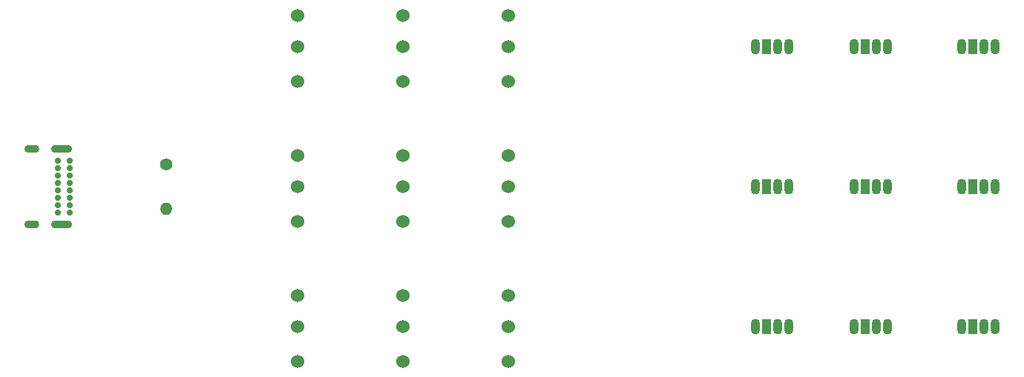
<source format=gbr>
%TF.GenerationSoftware,KiCad,Pcbnew,7.0.2*%
%TF.CreationDate,2024-02-04T01:23:05+01:00*%
%TF.ProjectId,TicTacToe,54696354-6163-4546-9f65-2e6b69636164,rev?*%
%TF.SameCoordinates,Original*%
%TF.FileFunction,Soldermask,Top*%
%TF.FilePolarity,Negative*%
%FSLAX46Y46*%
G04 Gerber Fmt 4.6, Leading zero omitted, Abs format (unit mm)*
G04 Created by KiCad (PCBNEW 7.0.2) date 2024-02-04 01:23:05*
%MOMM*%
%LPD*%
G01*
G04 APERTURE LIST*
%ADD10C,1.524000*%
%ADD11C,1.400000*%
%ADD12O,1.400000X1.400000*%
%ADD13C,0.700000*%
%ADD14O,1.700000X0.900000*%
%ADD15O,2.400000X0.900000*%
%ADD16O,1.070000X1.800000*%
%ADD17R,1.070000X1.800000*%
G04 APERTURE END LIST*
D10*
%TO.C,SW9*%
X110000000Y-94500000D03*
X110000000Y-98000000D03*
X110000000Y-102000000D03*
%TD*%
%TO.C,SW8*%
X98000000Y-94500000D03*
X98000000Y-98000000D03*
X98000000Y-102000000D03*
%TD*%
%TO.C,SW7*%
X86000000Y-94500000D03*
X86000000Y-98000000D03*
X86000000Y-102000000D03*
%TD*%
%TO.C,SW6*%
X110000000Y-78500000D03*
X110000000Y-82000000D03*
X110000000Y-86000000D03*
%TD*%
%TO.C,SW5*%
X98000000Y-78500000D03*
X98000000Y-82000000D03*
X98000000Y-86000000D03*
%TD*%
%TO.C,SW4*%
X86000000Y-78500000D03*
X86000000Y-82000000D03*
X86000000Y-86000000D03*
%TD*%
%TO.C,SW3*%
X110000000Y-62500000D03*
X110000000Y-66000000D03*
X110000000Y-70000000D03*
%TD*%
%TO.C,SW2*%
X98000000Y-62500000D03*
X98000000Y-66000000D03*
X98000000Y-70000000D03*
%TD*%
%TO.C,SW1*%
X86000000Y-62500000D03*
X86000000Y-66000000D03*
X86000000Y-70000000D03*
%TD*%
D11*
%TO.C,R1*%
X71000000Y-79460000D03*
D12*
X71000000Y-84540000D03*
%TD*%
D13*
%TO.C,J1*%
X60025000Y-79025000D03*
X60025000Y-79875000D03*
X60025000Y-80725000D03*
X60025000Y-81575000D03*
X60025000Y-82425000D03*
X60025000Y-83275000D03*
X60025000Y-84125000D03*
X60025000Y-84975000D03*
X58675000Y-84975000D03*
X58675000Y-84125000D03*
X58675000Y-83275000D03*
X58675000Y-82425000D03*
X58675000Y-81575000D03*
X58675000Y-80725000D03*
X58675000Y-79875000D03*
X58675000Y-79025000D03*
D14*
X55665000Y-86325000D03*
X55665000Y-77675000D03*
D15*
X59045000Y-86325000D03*
X59045000Y-77675000D03*
%TD*%
D16*
%TO.C,D9*%
X161730000Y-98000000D03*
X164270000Y-98000000D03*
X165540000Y-98000000D03*
D17*
X163000000Y-98000000D03*
%TD*%
D16*
%TO.C,D8*%
X149460000Y-98000000D03*
X152000000Y-98000000D03*
X153270000Y-98000000D03*
D17*
X150730000Y-98000000D03*
%TD*%
D16*
%TO.C,D7*%
X138190000Y-98000000D03*
X140730000Y-98000000D03*
X142000000Y-98000000D03*
D17*
X139460000Y-98000000D03*
%TD*%
D16*
%TO.C,D6*%
X161730000Y-82000000D03*
X164270000Y-82000000D03*
X165540000Y-82000000D03*
D17*
X163000000Y-82000000D03*
%TD*%
D16*
%TO.C,D5*%
X149460000Y-82000000D03*
X152000000Y-82000000D03*
X153270000Y-82000000D03*
D17*
X150730000Y-82000000D03*
%TD*%
%TO.C,D4*%
X139460000Y-82000000D03*
D16*
X142000000Y-82000000D03*
X140730000Y-82000000D03*
X138190000Y-82000000D03*
%TD*%
D17*
%TO.C,D3*%
X163000000Y-66000000D03*
D16*
X165540000Y-66000000D03*
X164270000Y-66000000D03*
X161730000Y-66000000D03*
%TD*%
%TO.C,D2*%
X149460000Y-66000000D03*
X152000000Y-66000000D03*
X153270000Y-66000000D03*
D17*
X150730000Y-66000000D03*
%TD*%
%TO.C,D1*%
X139460000Y-66000000D03*
D16*
X142000000Y-66000000D03*
X140730000Y-66000000D03*
X138190000Y-66000000D03*
%TD*%
M02*

</source>
